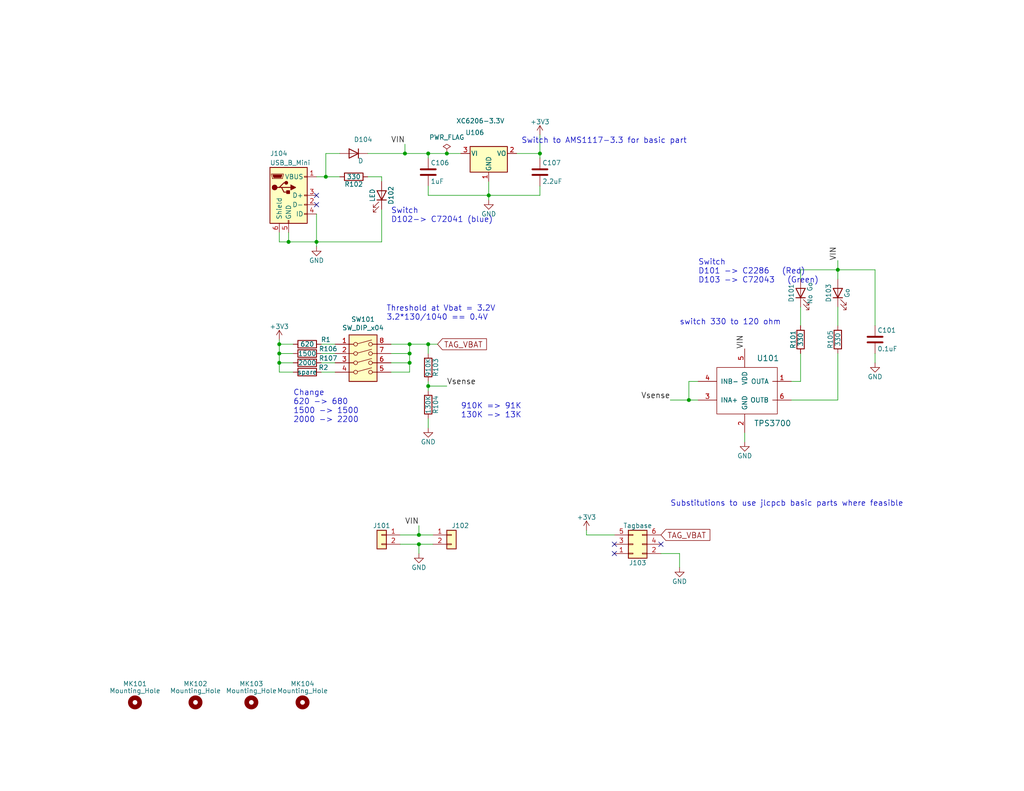
<source format=kicad_sch>
(kicad_sch (version 20211123) (generator eeschema)
  (paper "A")
  (title_block (title "Tag Charger -- multiple ms series batteries") (date "2021-08-13") (company "Geoffrey Brown"))
  (lib_symbols
    (symbol "Connector:USB_B_Mini" (pin_names (offset 1.016))
      (property "Reference" "J" (at -5.08 11.43 0))
      (property "Value" "USB_B_Mini" (at -5.08 8.89 0))
      (symbol "USB_B_Mini_0_1"
        (rectangle (start -5.08 -7.62) (end 5.08 7.62) (stroke (width 0.254)) (fill (type background)))
        (circle (center -3.81 2.159) (radius 0.635) (stroke (width 0.254)) (fill (type outline)))
        (circle (center -0.635 3.429) (radius 0.381) (stroke (width 0.254)) (fill (type outline)))
        (rectangle (start -0.127 -7.62) (end 0.127 -6.858))
        (polyline (pts (xy -1.905 2.159) (xy 0.635 2.159)) (stroke (width 0.254)))
        (polyline (pts (xy -3.175 2.159) (xy -2.54 2.159) (xy -1.27 3.429) (xy -0.635 3.429)) (stroke (width 0.254)))
        (polyline (pts (xy -2.54 2.159) (xy -1.905 2.159) (xy -1.27 0.889) (xy 0 0.889)) (stroke (width 0.254)))
        (polyline (pts (xy 0.635 2.794) (xy 0.635 1.524) (xy 1.905 2.159) (xy 0.635 2.794)) (stroke (width 0.254)) (fill (type outline)))
        (polyline (pts (xy -4.318 5.588) (xy -1.778 5.588) (xy -2.032 4.826) (xy -4.064 4.826) (xy -4.318 5.588)) (fill (type outline)))
        (polyline (pts (xy -4.699 5.842) (xy -4.699 5.588) (xy -4.445 4.826) (xy -4.445 4.572) (xy -1.651 4.572) (xy -1.651 4.826) (xy -1.397 5.588) (xy -1.397 5.842) (xy -4.699 5.842)))
        (rectangle (start 0.254 1.27) (end -0.508 0.508) (stroke (width 0.254)) (fill (type outline)))
        (rectangle (start 5.08 -5.207) (end 4.318 -4.953))
        (rectangle (start 5.08 -2.667) (end 4.318 -2.413))
        (rectangle (start 5.08 -0.127) (end 4.318 0.127))
        (rectangle (start 5.08 4.953) (end 4.318 5.207))
      )
      (symbol "USB_B_Mini_1_1"
        (pin power_out line (at 7.62 5.08 180) (length 2.54) (name "VBUS") (number "1"))
        (pin bidirectional line (at 7.62 -2.54 180) (length 2.54) (name "D-") (number "2"))
        (pin bidirectional line (at 7.62 0 180) (length 2.54) (name "D+") (number "3"))
        (pin passive line (at 7.62 -5.08 180) (length 2.54) (name "ID") (number "4"))
        (pin power_out line (at 0 -10.16 90) (length 2.54) (name "GND") (number "5"))
        (pin passive line (at -2.54 -10.16 90) (length 2.54) (name "Shield") (number "6"))
      )
    )
    (symbol "Connector_Generic:Conn_01x02" (pin_names (offset 1.016) hide)
      (property "Reference" "J" (at 0 2.54 0))
      (property "Value" "Conn_01x02" (at 0 -5.08 0))
      (symbol "Conn_01x02_1_1"
        (rectangle (start -1.27 -2.413) (end 0 -2.667) (stroke (width 0.1524)))
        (rectangle (start -1.27 0.127) (end 0 -0.127) (stroke (width 0.1524)))
        (rectangle (start -1.27 1.27) (end 1.27 -3.81) (stroke (width 0.254)) (fill (type background)))
        (pin passive line (at -5.08 0 0) (length 3.81) (name "Pin_1") (number "1"))
        (pin passive line (at -5.08 -2.54 0) (length 3.81) (name "Pin_2") (number "2"))
      )
    )
    (symbol "Connector_Generic:Conn_02x03_Odd_Even" (pin_names (offset 1.016) hide)
      (property "Reference" "J" (at 1.27 5.08 0))
      (property "Value" "Conn_02x03_Odd_Even" (at 1.27 -5.08 0))
      (symbol "Conn_02x03_Odd_Even_1_1"
        (rectangle (start -1.27 -2.413) (end 0 -2.667) (stroke (width 0.1524)))
        (rectangle (start -1.27 0.127) (end 0 -0.127) (stroke (width 0.1524)))
        (rectangle (start -1.27 2.667) (end 0 2.413) (stroke (width 0.1524)))
        (rectangle (start -1.27 3.81) (end 3.81 -3.81) (stroke (width 0.254)) (fill (type background)))
        (rectangle (start 3.81 -2.413) (end 2.54 -2.667) (stroke (width 0.1524)))
        (rectangle (start 3.81 0.127) (end 2.54 -0.127) (stroke (width 0.1524)))
        (rectangle (start 3.81 2.667) (end 2.54 2.413) (stroke (width 0.1524)))
        (pin passive line (at -5.08 2.54 0) (length 3.81) (name "Pin_1") (number "1"))
        (pin passive line (at 7.62 2.54 180) (length 3.81) (name "Pin_2") (number "2"))
        (pin passive line (at -5.08 0 0) (length 3.81) (name "Pin_3") (number "3"))
        (pin passive line (at 7.62 0 180) (length 3.81) (name "Pin_4") (number "4"))
        (pin passive line (at -5.08 -2.54 0) (length 3.81) (name "Pin_5") (number "5"))
        (pin passive line (at 7.62 -2.54 180) (length 3.81) (name "Pin_6") (number "6"))
      )
    )
    (symbol "Device:C" (pin_numbers hide) (pin_names (offset 0.254))
      (property "Reference" "C" (at 0.635 2.54 0))
      (property "Value" "C" (at 0.635 -2.54 0))
      (symbol "C_0_1"
        (polyline (pts (xy -2.032 -0.762) (xy 2.032 -0.762)) (stroke (width 0.508)))
        (polyline (pts (xy -2.032 0.762) (xy 2.032 0.762)) (stroke (width 0.508)))
      )
      (symbol "C_1_1"
        (pin passive line (at 0 3.81 270) (length 2.794) (name "~") (number "1"))
        (pin passive line (at 0 -3.81 90) (length 2.794) (name "~") (number "2"))
      )
    )
    (symbol "Device:D" (pin_numbers hide) (pin_names (offset 1.016) hide)
      (property "Reference" "D" (at 0 2.54 0))
      (property "Value" "D" (at 0 -2.54 0))
      (symbol "D_0_1"
        (polyline (pts (xy -1.27 1.27) (xy -1.27 -1.27)) (stroke (width 0.254)))
        (polyline (pts (xy 1.27 0) (xy -1.27 0)))
        (polyline (pts (xy 1.27 1.27) (xy 1.27 -1.27) (xy -1.27 0) (xy 1.27 1.27)) (stroke (width 0.254)))
      )
      (symbol "D_1_1"
        (pin passive line (at -3.81 0 0) (length 2.54) (name "K") (number "1"))
        (pin passive line (at 3.81 0 180) (length 2.54) (name "A") (number "2"))
      )
    )
    (symbol "Device:LED" (pin_numbers hide) (pin_names (offset 1.016) hide)
      (property "Reference" "D" (at 0 2.54 0))
      (property "Value" "LED" (at 0 -2.54 0))
      (symbol "LED_0_1"
        (polyline (pts (xy -1.27 -1.27) (xy -1.27 1.27)) (stroke (width 0.254)))
        (polyline (pts (xy -1.27 0) (xy 1.27 0)))
        (polyline (pts (xy 1.27 -1.27) (xy 1.27 1.27) (xy -1.27 0) (xy 1.27 -1.27)) (stroke (width 0.254)))
        (polyline (pts (xy -3.048 -0.762) (xy -4.572 -2.286) (xy -3.81 -2.286) (xy -4.572 -2.286) (xy -4.572 -1.524)))
        (polyline (pts (xy -1.778 -0.762) (xy -3.302 -2.286) (xy -2.54 -2.286) (xy -3.302 -2.286) (xy -3.302 -1.524)))
      )
      (symbol "LED_1_1"
        (pin passive line (at -3.81 0 0) (length 2.54) (name "K") (number "1"))
        (pin passive line (at 3.81 0 180) (length 2.54) (name "A") (number "2"))
      )
    )
    (symbol "Device:R" (pin_numbers hide) (pin_names (offset 0))
      (property "Reference" "R" (at 2.032 0 90))
      (property "Value" "R" (at 0 0 90))
      (symbol "R_0_1"
        (rectangle (start -1.016 -2.54) (end 1.016 2.54) (stroke (width 0.254)))
      )
      (symbol "R_1_1"
        (pin passive line (at 0 3.81 270) (length 1.27) (name "~") (number "1"))
        (pin passive line (at 0 -3.81 90) (length 1.27) (name "~") (number "2"))
      )
    )
    (symbol "Mechanical:MountingHole" (pin_names (offset 1.016))
      (property "Reference" "H" (at 0 5.08 0))
      (property "Value" "MountingHole" (at 0 3.175 0))
      (symbol "MountingHole_0_1"
        (circle (center 0 0) (radius 1.27) (stroke (width 1.27)))
      )
    )
    (symbol "Multicharger:TPS3700" (pin_names (offset 1.016))
      (property "Reference" "U101" (at 6.35 8.89 0))
      (property "Value" "TPS3700" (at 7.62 -8.89 0))
      (symbol "TPS3700_0_1"
        (rectangle (start -7.62 6.35) (end 8.89 -6.35))
      )
      (symbol "TPS3700_1_1"
        (pin input line (at 12.7 2.54 180) (length 5.08) (name "OUTA") (number "1"))
        (pin input line (at 0 -11.43 90) (length 5.08) (name "GND") (number "2"))
        (pin input line (at -12.7 -2.54 0) (length 5.08) (name "INA+") (number "3"))
        (pin input line (at -12.7 2.54 0) (length 5.08) (name "INB-") (number "4"))
        (pin input line (at 0 11.43 270) (length 5.08) (name "VDD") (number "5"))
        (pin input line (at 12.7 -2.54 180) (length 5.08) (name "OUTB") (number "6"))
      )
    )
    (symbol "Regulator_Linear:XC6206PxxxMR" (pin_names (offset 0.254))
      (property "Reference" "U" (at -3.81 3.175 0))
      (property "Value" "XC6206PxxxMR" (at 0 3.175 0))
      (symbol "XC6206PxxxMR_0_1"
        (rectangle (start -5.08 1.905) (end 5.08 -5.08) (stroke (width 0.254)) (fill (type background)))
      )
      (symbol "XC6206PxxxMR_1_1"
        (pin power_in line (at 0 -7.62 90) (length 2.54) (name "GND") (number "1"))
        (pin power_out line (at 7.62 0 180) (length 2.54) (name "VO") (number "2"))
        (pin power_in line (at -7.62 0 0) (length 2.54) (name "VI") (number "3"))
      )
    )
    (symbol "Switch:SW_DIP_x04" (pin_names (offset 0) hide)
      (property "Reference" "SW" (at 0 8.89 0))
      (property "Value" "SW_DIP_x04" (at 0 -6.35 0))
      (symbol "SW_DIP_x04_0_0"
        (circle (center -2.032 -2.54) (radius 0.508))
        (circle (center -2.032 0) (radius 0.508))
        (circle (center -2.032 2.54) (radius 0.508))
        (circle (center -2.032 5.08) (radius 0.508))
        (polyline (pts (xy -1.524 -2.3876) (xy 2.3622 -1.3462)))
        (polyline (pts (xy -1.524 0.127) (xy 2.3622 1.1684)))
        (polyline (pts (xy -1.524 2.667) (xy 2.3622 3.7084)))
        (polyline (pts (xy -1.524 5.207) (xy 2.3622 6.2484)))
        (circle (center 2.032 -2.54) (radius 0.508))
        (circle (center 2.032 0) (radius 0.508))
        (circle (center 2.032 2.54) (radius 0.508))
        (circle (center 2.032 5.08) (radius 0.508))
      )
      (symbol "SW_DIP_x04_0_1"
        (rectangle (start -3.81 7.62) (end 3.81 -5.08) (stroke (width 0.254)) (fill (type background)))
      )
      (symbol "SW_DIP_x04_1_1"
        (pin passive line (at -7.62 5.08 0) (length 5.08) (name "~") (number "1"))
        (pin passive line (at -7.62 2.54 0) (length 5.08) (name "~") (number "2"))
        (pin passive line (at -7.62 0 0) (length 5.08) (name "~") (number "3"))
        (pin passive line (at -7.62 -2.54 0) (length 5.08) (name "~") (number "4"))
        (pin passive line (at 7.62 -2.54 180) (length 5.08) (name "~") (number "5"))
        (pin passive line (at 7.62 0 180) (length 5.08) (name "~") (number "6"))
        (pin passive line (at 7.62 2.54 180) (length 5.08) (name "~") (number "7"))
        (pin passive line (at 7.62 5.08 180) (length 5.08) (name "~") (number "8"))
      )
    )
    (symbol "power:+3V3" (power) (pin_names (offset 0))
      (property "Value" "+3V3" (at 0 3.556 0))
      (symbol "+3V3_0_1"
        (polyline (pts (xy -0.762 1.27) (xy 0 2.54)))
        (polyline (pts (xy 0 0) (xy 0 2.54)))
        (polyline (pts (xy 0 2.54) (xy 0.762 1.27)))
      )
      (symbol "+3V3_1_1"
        (pin power_in line (at 0 0 90) (length 0) hide (name "+3V3") (number "1"))
      )
    )
    (symbol "power:GND" (power) (pin_names (offset 0))
      (property "Value" "GND" (at 0 -3.81 0))
      (symbol "GND_0_1"
        (polyline (pts (xy 0 0) (xy 0 -1.27) (xy 1.27 -1.27) (xy 0 -2.54) (xy -1.27 -1.27) (xy 0 -1.27)))
      )
      (symbol "GND_1_1"
        (pin power_in line (at 0 0 270) (length 0) hide (name "GND") (number "1"))
      )
    )
    (symbol "power:PWR_FLAG" (power) (pin_numbers hide) (pin_names (offset 0) hide)
      (property "Value" "PWR_FLAG" (at 0 3.81 0))
      (symbol "PWR_FLAG_0_0"
        (pin power_out line (at 0 0 90) (length 0) (name "pwr") (number "1"))
      )
      (symbol "PWR_FLAG_0_1"
        (polyline (pts (xy 0 0) (xy 0 1.27) (xy -1.016 1.905) (xy 0 2.54) (xy 1.016 1.905) (xy 0 1.27)))
      )
    )
  )
  (junction (at 114.3 148.59))
  (junction (at 76.2 93.98))
  (junction (at 187.96 109.22))
  (junction (at 121.92 41.91))
  (junction (at 228.6 73.66))
  (junction (at 110.49 41.91))
  (junction (at 88.9 48.26))
  (junction (at 116.84 41.91))
  (junction (at 111.76 93.98))
  (junction (at 114.3 146.05))
  (junction (at 76.2 99.06))
  (junction (at 111.76 96.52))
  (junction (at 147.32 41.91))
  (junction (at 111.76 99.06))
  (junction (at 76.2 96.52))
  (junction (at 116.84 105.41))
  (junction (at 133.35 53.34))
  (junction (at 116.84 93.98))
  (junction (at 86.36 66.04))
  (junction (at 78.74 66.04))
  (no_connect (at 167.64 151.13))
  (no_connect (at 86.36 55.88))
  (no_connect (at 167.64 148.59))
  (no_connect (at 86.36 53.34))
  (no_connect (at 180.34 148.59))
  (wire (pts (xy 147.32 36.83) (xy 147.32 41.91)))
  (wire (pts (xy 118.11 146.05) (xy 114.3 146.05)))
  (wire (pts (xy 147.32 41.91) (xy 147.32 43.18)))
  (wire (pts (xy 133.35 49.53) (xy 133.35 53.34)))
  (wire (pts (xy 80.01 99.06) (xy 76.2 99.06)))
  (wire (pts (xy 110.49 41.91) (xy 116.84 41.91)))
  (wire (pts (xy 104.14 48.26) (xy 104.14 49.53)))
  (wire (pts (xy 190.5 104.14) (xy 187.96 104.14)))
  (wire (pts (xy 92.71 41.91) (xy 88.9 41.91)))
  (wire (pts (xy 185.42 151.13) (xy 185.42 154.94)))
  (wire (pts (xy 218.44 83.82) (xy 218.44 88.9)))
  (wire (pts (xy 80.01 93.98) (xy 76.2 93.98)))
  (wire (pts (xy 100.33 48.26) (xy 104.14 48.26)))
  (wire (pts (xy 228.6 71.12) (xy 228.6 73.66)))
  (wire (pts (xy 100.33 41.91) (xy 110.49 41.91)))
  (wire (pts (xy 114.3 146.05) (xy 114.3 143.51)))
  (wire (pts (xy 180.34 151.13) (xy 185.42 151.13)))
  (wire (pts (xy 111.76 99.06) (xy 111.76 96.52)))
  (wire (pts (xy 87.63 96.52) (xy 91.44 96.52)))
  (wire (pts (xy 87.63 93.98) (xy 91.44 93.98)))
  (wire (pts (xy 133.35 53.34) (xy 133.35 54.61)))
  (wire (pts (xy 78.74 63.5) (xy 78.74 66.04)))
  (wire (pts (xy 114.3 148.59) (xy 114.3 151.13)))
  (wire (pts (xy 109.22 148.59) (xy 114.3 148.59)))
  (wire (pts (xy 80.01 96.52) (xy 76.2 96.52)))
  (wire (pts (xy 218.44 96.52) (xy 218.44 104.14)))
  (wire (pts (xy 238.76 73.66) (xy 228.6 73.66)))
  (wire (pts (xy 215.9 109.22) (xy 228.6 109.22)))
  (wire (pts (xy 238.76 96.52) (xy 238.76 99.06)))
  (wire (pts (xy 106.68 101.6) (xy 111.76 101.6)))
  (wire (pts (xy 114.3 148.59) (xy 118.11 148.59)))
  (wire (pts (xy 76.2 96.52) (xy 76.2 93.98)))
  (wire (pts (xy 187.96 104.14) (xy 187.96 109.22)))
  (wire (pts (xy 76.2 66.04) (xy 76.2 63.5)))
  (wire (pts (xy 86.36 58.42) (xy 86.36 66.04)))
  (wire (pts (xy 106.68 96.52) (xy 111.76 96.52)))
  (wire (pts (xy 116.84 96.52) (xy 116.84 93.98)))
  (wire (pts (xy 111.76 101.6) (xy 111.76 99.06)))
  (wire (pts (xy 140.97 41.91) (xy 147.32 41.91)))
  (wire (pts (xy 87.63 101.6) (xy 91.44 101.6)))
  (wire (pts (xy 88.9 48.26) (xy 86.36 48.26)))
  (wire (pts (xy 116.84 41.91) (xy 121.92 41.91)))
  (wire (pts (xy 116.84 53.34) (xy 133.35 53.34)))
  (wire (pts (xy 147.32 53.34) (xy 147.32 50.8)))
  (wire (pts (xy 78.74 66.04) (xy 76.2 66.04)))
  (wire (pts (xy 109.22 146.05) (xy 114.3 146.05)))
  (wire (pts (xy 228.6 96.52) (xy 228.6 109.22)))
  (wire (pts (xy 116.84 41.91) (xy 116.84 43.18)))
  (wire (pts (xy 76.2 93.98) (xy 76.2 92.71)))
  (wire (pts (xy 76.2 99.06) (xy 76.2 101.6)))
  (wire (pts (xy 87.63 99.06) (xy 91.44 99.06)))
  (wire (pts (xy 116.84 105.41) (xy 121.92 105.41)))
  (wire (pts (xy 86.36 66.04) (xy 78.74 66.04)))
  (wire (pts (xy 86.36 66.04) (xy 86.36 67.31)))
  (wire (pts (xy 116.84 105.41) (xy 116.84 106.68)))
  (wire (pts (xy 160.02 144.78) (xy 160.02 146.05)))
  (wire (pts (xy 76.2 99.06) (xy 76.2 96.52)))
  (wire (pts (xy 104.14 66.04) (xy 86.36 66.04)))
  (wire (pts (xy 228.6 73.66) (xy 228.6 76.2)))
  (wire (pts (xy 182.88 109.22) (xy 187.96 109.22)))
  (wire (pts (xy 133.35 53.34) (xy 147.32 53.34)))
  (wire (pts (xy 215.9 104.14) (xy 218.44 104.14)))
  (wire (pts (xy 106.68 99.06) (xy 111.76 99.06)))
  (wire (pts (xy 111.76 96.52) (xy 111.76 93.98)))
  (wire (pts (xy 116.84 114.3) (xy 116.84 116.84)))
  (wire (pts (xy 106.68 93.98) (xy 111.76 93.98)))
  (wire (pts (xy 116.84 104.14) (xy 116.84 105.41)))
  (wire (pts (xy 187.96 109.22) (xy 190.5 109.22)))
  (wire (pts (xy 92.71 48.26) (xy 88.9 48.26)))
  (wire (pts (xy 116.84 50.8) (xy 116.84 53.34)))
  (wire (pts (xy 111.76 93.98) (xy 116.84 93.98)))
  (wire (pts (xy 218.44 73.66) (xy 218.44 76.2)))
  (wire (pts (xy 76.2 101.6) (xy 80.01 101.6)))
  (wire (pts (xy 238.76 88.9) (xy 238.76 73.66)))
  (wire (pts (xy 104.14 57.15) (xy 104.14 66.04)))
  (wire (pts (xy 203.2 118.11) (xy 203.2 120.65)))
  (wire (pts (xy 116.84 93.98) (xy 119.38 93.98)))
  (wire (pts (xy 121.92 41.91) (xy 125.73 41.91)))
  (wire (pts (xy 160.02 146.05) (xy 167.64 146.05)))
  (wire (pts (xy 218.44 73.66) (xy 228.6 73.66)))
  (wire (pts (xy 88.9 41.91) (xy 88.9 48.26)))
  (wire (pts (xy 110.49 39.37) (xy 110.49 41.91)))
  (wire (pts (xy 228.6 83.82) (xy 228.6 88.9)))
  (text "910K => 91K\n130K -> 13K" (at 125.73 114.3 0) (effects (font (size 1.524 1.524)) (justify left bottom)))
  (text "Switch\nD102-> C72041 (blue)" (at 106.68 60.96 0) (effects (font (size 1.524 1.524)) (justify left bottom)))
  (text "Threshold at Vbat = 3.2V\n3.2*130/1040 == 0.4V" (at 105.41 87.63 0) (effects (font (size 1.524 1.524)) (justify left bottom)))
  (text "switch 330 to 120 ohm\n" (at 185.42 88.9 0) (effects (font (size 1.524 1.524)) (justify left bottom)))
  (text "Substitutions to use jlcpcb basic parts where feasible" (at 182.88 138.43 0) (effects (font (size 1.524 1.524)) (justify left bottom)))
  (text "Switch \nD101 -> C2286   (Red)\nD103 -> C72043   (Green)\n" (at 190.5 77.47 0) (effects (font (size 1.524 1.524)) (justify left bottom)))
  (text "Switch to AMS1117-3.3 for basic part" (at 142.24 39.37 0) (effects (font (size 1.524 1.524)) (justify left bottom)))
  (text "Change\n620 -> 680\n1500 -> 1500\n2000 -> 2200\n" (at 80.01 115.57 0) (effects (font (size 1.524 1.524)) (justify left bottom)))
  (label "VIN" (at 110.49 39.37 180) (effects (font (size 1.524 1.524))))
  (label "VIN" (at 228.6 71.12 90) (effects (font (size 1.524 1.524))))
  (label "Vsense" (at 121.92 105.41 0) (effects (font (size 1.524 1.524))))
  (label "VIN" (at 114.3 143.51 180) (effects (font (size 1.524 1.524))))
  (label "Vsense" (at 182.88 109.22 180) (effects (font (size 1.524 1.524))))
  (label "VIN" (at 203.2 95.25 90) (effects (font (size 1.524 1.524))))
  (global_label "TAG_VBAT" (shape input) (at 180.34 146.05 0) (effects (font (size 1.524 1.524))) (property "Intersheet References" "${INTERSHEET_REFS}" (effects hide)))
  (global_label "TAG_VBAT" (shape input) (at 119.38 93.98 0) (effects (font (size 1.524 1.524))) (property "Intersheet References" "${INTERSHEET_REFS}" (effects hide)))
  (symbol (lib_id "Connector:USB_B_Mini") (at 78.74 53.34 0) (unit 1)
    (property "Reference" "J104" (at 73.66 41.91 0) (effects (justify left)))
    (property "Value" "USB_B_Mini" (at 73.66 44.45 0) (effects (justify left)))
    (property "Footprint" "Connector_USB:USB_Mini-B_Lumberg_2486_01_Horizontal" (effects hide))
    (property "MFN" "SHOU HAN" (effects hide))
    (property "MPN" "MINI 5PTP" (effects hide))
    (property "LCSC" "C2681563" (effects hide))
    (property "Description" "CONN RCPT USB2.0 MINI B SMD R/A" (effects hide))
  )
  (symbol (lib_id "Connector_Generic:Conn_02x03_Odd_Even") (at 172.72 148.59 0) (mirror x) (unit 1) (in_bom no)
    (property "Reference" "J103" (at 173.99 153.67 0))
    (property "Value" "Tagbase" (at 173.99 143.51 0))
    (property "Footprint" "MultiCharger:6pin_tagpoints_new_offset" (effects hide))
    (property "Config" "DNF" (effects hide))
  )
  (symbol (lib_id "power:GND") (at 86.36 67.31 0) (mirror y) (unit 1)
    (property "Reference" "#PWR01" (effects hide))
    (property "Value" "GND" (at 86.36 71.12 0))
  )
  (symbol (lib_id "Device:LED") (at 104.14 53.34 270) (mirror x) (unit 1)
    (property "Reference" "D102" (at 106.68 53.34 0))
    (property "Value" "LED" (at 101.6 53.34 0))
    (property "Footprint" "LED_SMD:LED_0603_1608Metric" (effects hide))
    (property "MPN" "19-217/GHC-YR1S2/3T" (effects hide))
    (property "MFN" "Everlight Elec" (effects hide))
    (property "Description" "LED GREEN CLEAR 0603 SMD" (effects hide))
    (property "LCSC" "C72043" (effects hide))
  )
  (symbol (lib_id "Device:R") (at 96.52 48.26 90) (mirror x) (unit 1)
    (property "Reference" "R102" (at 96.52 50.292 90))
    (property "Value" "330" (at 96.52 48.26 90))
    (property "Footprint" "Resistor_SMD:R_0603_1608Metric" (effects hide))
    (property "MPN" "0603WAF3300T5E" (effects hide))
    (property "MFN" "Uniroyal" (effects hide))
    (property "Description" "100mW Thick Film Resistors ±100ppm/℃ ±1% 330Ω 0603 " (effects hide))
    (property "LCSC" "C23138" (effects hide))
  )
  (symbol (lib_id "Regulator_Linear:XC6206PxxxMR") (at 133.35 41.91 0) (unit 1)
    (property "Reference" "U106" (at 129.54 36.195 0))
    (property "Value" "XC6206-3.3V" (at 124.46 33.02 0) (effects (justify left)))
    (property "Footprint" "Package_TO_SOT_SMD:SOT-23-3" (effects hide))
    (property "Datasheet" "https://www.torexsemi.com/file/xc6206/XC6206.pdf" (effects hide))
    (property "MFN" "Yongyutai" (effects hide))
    (property "MPN" "XC6206-3.3V" (effects hide))
    (property "LCSC" "C2891841" (effects hide))
    (property "JlcRotOffset" "180" (effects hide))
  )
  (symbol (lib_id "power:GND") (at 133.35 54.61 0) (unit 1)
    (property "Reference" "#PWR02" (effects hide))
    (property "Value" "GND" (at 133.35 58.42 0))
  )
  (symbol (lib_id "Device:C") (at 147.32 46.99 0) (unit 1)
    (property "Reference" "C107" (at 147.955 44.45 0) (effects (justify left)))
    (property "Value" "2.2uF" (at 147.955 49.53 0) (effects (justify left)))
    (property "Footprint" "Capacitor_SMD:C_0402_1005Metric" (effects hide))
    (property "MPN" "CL05A225MQ5NSNC" (effects hide))
    (property "MFN" "Samsung" (effects hide))
    (property "Description" "CAP CER 2.2UF 35V X5R 0402" (effects hide))
    (property "LCSC" "C12530" (effects hide))
  )
  (symbol (lib_id "Device:C") (at 116.84 46.99 0) (unit 1)
    (property "Reference" "C106" (at 117.475 44.45 0) (effects (justify left)))
    (property "Value" "1uF" (at 117.475 49.53 0) (effects (justify left)))
    (property "Footprint" "Capacitor_SMD:C_0402_1005Metric" (effects hide))
    (property "MPN" "CL05A105KA5NQNC" (effects hide))
    (property "MFN" "Samsung" (effects hide))
    (property "Description" "CAP CER 1UF 10V X5R 0402" (effects hide))
    (property "LCSC" "C52923" (effects hide))
  )
  (symbol (lib_id "power:+3V3") (at 147.32 36.83 0) (unit 1)
    (property "Reference" "#PWR03" (effects hide))
    (property "Value" "+3V3" (at 147.32 33.274 0))
  )
  (symbol (lib_id "Mechanical:MountingHole") (at 36.83 191.77 0) (unit 1) (in_bom no)
    (property "Reference" "MK101" (at 36.83 186.69 0))
    (property "Value" "Mounting_Hole" (at 36.83 188.595 0))
    (property "Footprint" "Mounting_Holes:MountingHole_2.2mm_M2" (effects hide))
    (property "Config" "DNF" (effects hide))
  )
  (symbol (lib_id "Mechanical:MountingHole") (at 53.34 191.77 0) (unit 1) (in_bom no)
    (property "Reference" "MK102" (at 53.34 186.69 0))
    (property "Value" "Mounting_Hole" (at 53.34 188.595 0))
    (property "Footprint" "Mounting_Holes:MountingHole_2.2mm_M2" (effects hide))
    (property "Config" "DNF" (effects hide))
  )
  (symbol (lib_id "Mechanical:MountingHole") (at 68.58 191.77 0) (unit 1) (in_bom no)
    (property "Reference" "MK103" (at 68.58 186.69 0))
    (property "Value" "Mounting_Hole" (at 68.58 188.595 0))
    (property "Footprint" "Mounting_Holes:MountingHole_2.2mm_M2" (effects hide))
    (property "Config" "DNF" (effects hide))
  )
  (symbol (lib_id "Mechanical:MountingHole") (at 82.55 191.77 0) (unit 1) (in_bom no)
    (property "Reference" "MK104" (at 82.55 186.69 0))
    (property "Value" "Mounting_Hole" (at 82.55 188.595 0))
    (property "Footprint" "Mounting_Holes:MountingHole_2.2mm_M2" (effects hide))
    (property "Config" "DNF" (effects hide))
  )
  (symbol (lib_id "power:GND") (at 185.42 154.94 0) (unit 1)
    (property "Reference" "#PWR04" (effects hide))
    (property "Value" "GND" (at 185.42 158.75 0))
  )
  (symbol (lib_id "Device:R") (at 83.82 93.98 270) (unit 1)
    (property "Reference" "R1" (at 88.9 92.71 90))
    (property "Value" "620" (at 83.82 93.98 90))
    (property "Footprint" "Resistor_SMD:R_0603_1608Metric" (effects hide))
    (property "MPN" "0603WAF6200T5E" (effects hide))
    (property "MFN" "Uniroyal" (effects hide))
    (property "LCSC" "C23220" (effects hide))
  )
  (symbol (lib_id "power:+3V3") (at 160.02 144.78 0) (unit 1)
    (property "Reference" "#PWR05" (effects hide))
    (property "Value" "+3V3" (at 160.02 141.224 0))
  )
  (symbol (lib_id "Multicharger:TPS3700") (at 203.2 106.68 0) (unit 1)
    (property "Reference" "U101" (at 209.55 97.79 0) (effects (font (size 1.524 1.524))))
    (property "Value" "TPS3700" (at 210.82 115.57 0) (effects (font (size 1.524 1.524))))
    (property "Footprint" "Package_TO_SOT_SMD:SOT-23-6" (effects hide))
    (property "MFN" "Texas Instruments" (effects hide))
    (property "MPN" "TPS3700QDDCRQ1" (effects hide))
    (property "Description" "WIDE SUPPLY COMPARATOR" (effects hide))
    (property "LCSC" "C3658987" (effects hide))
  )
  (symbol (lib_id "Device:R") (at 116.84 100.33 0) (unit 1)
    (property "Reference" "R103" (at 118.872 100.33 90))
    (property "Value" "910K" (at 116.84 100.33 90))
    (property "Footprint" "Resistor_SMD:R_0402_1005Metric" (effects hide))
    (property "MPN" "FRC0603J914TS" (effects hide))
    (property "MFN" "Yageo" (effects hide))
    (property "Description" "RES SMD 910K OHM 1% 1/16W " (effects hide))
    (property "LCSC" "C137927" (effects hide))
  )
  (symbol (lib_id "Device:R") (at 116.84 110.49 0) (unit 1)
    (property "Reference" "R104" (at 118.872 110.49 90))
    (property "Value" "130K" (at 116.84 110.49 90))
    (property "Footprint" "Resistor_SMD:R_0402_1005Metric" (effects hide))
    (property "MPN" "RC0402FR-07910KL" (effects hide))
    (property "MFN" "Yageo" (effects hide))
    (property "Description" "RES SMD 130K OHM 1% 1/16W " (effects hide))
    (property "LCSC" "C93946" (effects hide))
  )
  (symbol (lib_id "power:GND") (at 116.84 116.84 0) (unit 1)
    (property "Reference" "#PWR07" (effects hide))
    (property "Value" "GND" (at 116.84 120.65 0))
  )
  (symbol (lib_id "Device:C") (at 238.76 92.71 0) (unit 1)
    (property "Reference" "C101" (at 239.395 90.17 0) (effects (justify left)))
    (property "Value" "0.1uF" (at 239.395 95.25 0) (effects (justify left)))
    (property "Footprint" "Capacitor_SMD:C_0402_1005Metric" (effects hide))
    (property "MPN" "CL05B104KO5NNNC" (effects hide))
    (property "MFN" "Samsung" (effects hide))
    (property "Description" "CAP CER 0.1UF 16V Y5V 0402" (effects hide))
    (property "LCSC" "C1525" (effects hide))
  )
  (symbol (lib_id "power:GND") (at 203.2 120.65 0) (unit 1)
    (property "Reference" "#PWR08" (effects hide))
    (property "Value" "GND" (at 203.2 124.46 0))
  )
  (symbol (lib_id "power:GND") (at 238.76 99.06 0) (unit 1)
    (property "Reference" "#PWR09" (effects hide))
    (property "Value" "GND" (at 238.76 102.87 0))
  )
  (symbol (lib_id "Device:R") (at 228.6 92.71 180) (unit 1)
    (property "Reference" "R105" (at 226.568 92.71 90))
    (property "Value" "330" (at 228.6 92.71 90))
    (property "Footprint" "Resistor_SMD:R_0603_1608Metric" (effects hide))
    (property "MPN" "0603WAF3300T5E" (effects hide))
    (property "MFN" "Uniroyal" (effects hide))
    (property "Description" "100mW Thick Film Resistors ±100ppm/℃ ±1% 330Ω 0603 " (effects hide))
    (property "LCSC" "C23138" (effects hide))
  )
  (symbol (lib_id "Device:R") (at 218.44 92.71 180) (unit 1)
    (property "Reference" "R101" (at 216.408 92.71 90))
    (property "Value" "330" (at 218.44 92.71 90))
    (property "Footprint" "Resistor_SMD:R_0603_1608Metric" (effects hide))
    (property "MPN" "0603WAF3300T5E" (effects hide))
    (property "MFN" "Uniroyal" (effects hide))
    (property "Description" "100mW Thick Film Resistors ±100ppm/℃ ±1% 330Ω 0603 " (effects hide))
    (property "LCSC" "C23138" (effects hide))
  )
  (symbol (lib_id "Device:LED") (at 228.6 80.01 90) (unit 1)
    (property "Reference" "D103" (at 226.06 80.01 0))
    (property "Value" "Go" (at 231.14 80.01 0))
    (property "Footprint" "LED_SMD:LED_0603_1608Metric" (effects hide))
    (property "MPN" "19-217/GHC-YR1S2/3T" (effects hide))
    (property "MFN" "Everlight Elec" (effects hide))
    (property "Description" "LED GREEN CLEAR 0603 SMD" (effects hide))
    (property "LCSC" "C72043" (effects hide))
  )
  (symbol (lib_id "Device:LED") (at 218.44 80.01 90) (unit 1)
    (property "Reference" "D101" (at 215.9 80.01 0))
    (property "Value" "No Go" (at 220.98 80.01 0))
    (property "Footprint" "LED_SMD:LED_0603_1608Metric" (effects hide))
    (property "MPN" "19-217/BHC-ZL1M2RY/3T" (effects hide))
    (property "MFN" "Everlight Elec" (effects hide))
    (property "Description" "LED BLUE CLEAR 0603 SMD" (effects hide))
    (property "LCSC" "C72041" (effects hide))
  )
  (symbol (lib_id "Connector_Generic:Conn_01x02") (at 123.19 146.05 0) (unit 1) (in_bom no)
    (property "Reference" "J102" (at 123.19 143.51 0) (effects (justify left)))
    (property "Value" "Conn_01x02" (effects hide))
    (property "Footprint" "Connector_JST:JST_PH_B2B-PH-K_1x02_P2.00mm_Vertical" (effects hide))
    (property "Config" "DNF" (effects hide))
    (property "Digikey" "455-1704-ND" (effects hide))
    (property "MPN" "B2B-PH-K-S(LF)(SN)" (effects hide))
    (property "MFN" "JST Sales America Inc." (effects hide))
    (property "Description" "CONN HEADER VERT 2POS 2MM" (effects hide))
  )
  (symbol (lib_id "Connector_Generic:Conn_01x02") (at 104.14 146.05 0) (mirror y) (unit 1) (in_bom no)
    (property "Reference" "J101" (at 104.14 143.51 0))
    (property "Value" "Conn_01x02" (effects hide))
    (property "Footprint" "Connector_JST:JST_PH_B2B-PH-K_1x02_P2.00mm_Vertical" (effects hide))
    (property "Config" "DNF" (effects hide))
    (property "Digikey" "455-1704-ND" (effects hide))
    (property "MPN" "B2B-PH-K-S(LF)(SN)" (effects hide))
    (property "MFN" "JST Sales America Inc." (effects hide))
    (property "Description" "CONN HEADER VERT 2POS 2MM" (effects hide))
  )
  (symbol (lib_id "power:GND") (at 114.3 151.13 0) (unit 1)
    (property "Reference" "#PWR0101" (effects hide))
    (property "Value" "GND" (at 114.3 154.94 0))
  )
  (symbol (lib_id "Device:D") (at 96.52 41.91 0) (mirror y) (unit 1)
    (property "Reference" "D104" (at 96.52 38.1 0) (effects (justify right)))
    (property "Value" "D" (at 97.663 43.9166 0) (effects (justify right)))
    (property "Footprint" "Diode_SMD:D_0402_1005Metric" (effects hide))
    (property "MPN" "RB161QS-40T18R JLCPCB Part # " (effects hide))
    (property "MFN" "Rohm" (effects hide))
    (property "LCSC" "C2837790" (effects hide))
  )
  (symbol (lib_id "power:PWR_FLAG") (at 121.92 41.91 0) (unit 1)
    (property "Reference" "#FLG0101" (effects hide))
    (property "Value" "PWR_FLAG" (at 121.92 37.4904 0))
  )
  (symbol (lib_id "Device:R") (at 83.82 96.52 270) (unit 1)
    (property "Reference" "R106" (at 89.535 95.25 90))
    (property "Value" "1500" (at 83.82 96.52 90))
    (property "Footprint" "Resistor_SMD:R_0402_1005Metric" (effects hide))
    (property "MPN" "AF0402JR-071K5L" (effects hide))
    (property "MFN" "Yageo" (effects hide))
    (property "Description" "RES SMD 1.5K OHM 5% 1/16W 0402" (effects hide))
    (property "LCSC" "C144053" (effects hide))
  )
  (symbol (lib_id "Device:R") (at 83.82 99.06 270) (unit 1)
    (property "Reference" "R107" (at 89.535 97.79 90))
    (property "Value" "2000" (at 83.82 99.06 90))
    (property "Footprint" "Resistor_SMD:R_0402_1005Metric" (effects hide))
    (property "MPN" "RC0402JR-072KL" (effects hide))
    (property "MFN" "Yageo" (effects hide))
    (property "Description" "RES SMD 2K OHM 5% 1/16W 0402" (effects hide))
    (property "LCSC" "C137887" (effects hide))
  )
  (symbol (lib_id "power:+3V3") (at 76.2 92.71 0) (unit 1)
    (property "Reference" "#PWR0102" (effects hide))
    (property "Value" "+3V3" (at 76.2 89.154 0))
  )
  (symbol (lib_id "Switch:SW_DIP_x04") (at 99.06 99.06 0) (unit 1)
    (property "Reference" "SW101" (at 99.06 87.1982 0))
    (property "Value" "SW_DIP_x04" (at 99.06 89.5096 0))
    (property "Footprint" "Button_Switch_SMD:SW_DIP_SPSTx04_Slide_6.7x11.72mm_W8.61mm_P2.54mm_LowProfile" (effects hide))
    (property "MPN" "219-4LPSTRF" (effects hide))
    (property "MFN" "CTS" (effects hide))
    (property "Description" "SWITCH DIP SPST 100MA 6V" (effects hide))
    (property "LCSC" "C3034155" (effects hide))
  )
  (symbol (lib_id "Device:R") (at 83.82 101.6 90) (unit 1) (in_bom no)
    (property "Reference" "R2" (at 88.265 100.33 90))
    (property "Value" "spare" (at 83.82 101.6 90))
    (property "Footprint" "Resistor_SMD:R_0603_1608Metric_Pad0.98x0.95mm_HandSolder" (effects hide))
  )
)
</source>
